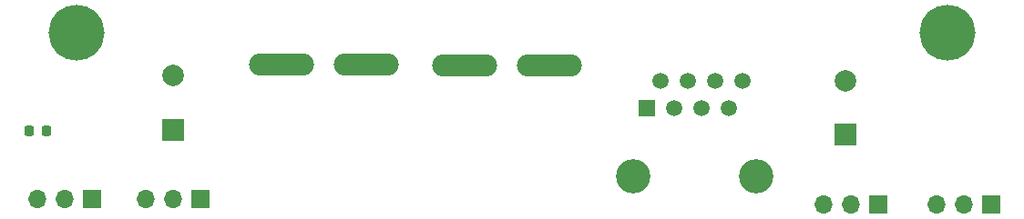
<source format=gts>
G04 #@! TF.GenerationSoftware,KiCad,Pcbnew,7.0.2-6a45011f42~172~ubuntu22.04.1*
G04 #@! TF.CreationDate,2023-05-14T21:03:13-06:00*
G04 #@! TF.ProjectId,pole-node,706f6c65-2d6e-46f6-9465-2e6b69636164,rev?*
G04 #@! TF.SameCoordinates,Original*
G04 #@! TF.FileFunction,Soldermask,Top*
G04 #@! TF.FilePolarity,Negative*
%FSLAX46Y46*%
G04 Gerber Fmt 4.6, Leading zero omitted, Abs format (unit mm)*
G04 Created by KiCad (PCBNEW 7.0.2-6a45011f42~172~ubuntu22.04.1) date 2023-05-14 21:03:13*
%MOMM*%
%LPD*%
G01*
G04 APERTURE LIST*
G04 Aperture macros list*
%AMRoundRect*
0 Rectangle with rounded corners*
0 $1 Rounding radius*
0 $2 $3 $4 $5 $6 $7 $8 $9 X,Y pos of 4 corners*
0 Add a 4 corners polygon primitive as box body*
4,1,4,$2,$3,$4,$5,$6,$7,$8,$9,$2,$3,0*
0 Add four circle primitives for the rounded corners*
1,1,$1+$1,$2,$3*
1,1,$1+$1,$4,$5*
1,1,$1+$1,$6,$7*
1,1,$1+$1,$8,$9*
0 Add four rect primitives between the rounded corners*
20,1,$1+$1,$2,$3,$4,$5,0*
20,1,$1+$1,$4,$5,$6,$7,0*
20,1,$1+$1,$6,$7,$8,$9,0*
20,1,$1+$1,$8,$9,$2,$3,0*%
G04 Aperture macros list end*
%ADD10RoundRect,0.218750X-0.218750X-0.256250X0.218750X-0.256250X0.218750X0.256250X-0.218750X0.256250X0*%
%ADD11O,6.030000X2.070000*%
%ADD12R,1.700000X1.700000*%
%ADD13O,1.700000X1.700000*%
%ADD14C,5.200000*%
%ADD15C,3.200000*%
%ADD16R,1.500000X1.500000*%
%ADD17C,1.500000*%
%ADD18R,2.000000X2.000000*%
%ADD19C,2.000000*%
G04 APERTURE END LIST*
D10*
X39112500Y-65150000D03*
X40687500Y-65150000D03*
D11*
X70450000Y-58910000D03*
X62550000Y-58910000D03*
D12*
X55000000Y-71500000D03*
D13*
X52460000Y-71500000D03*
X49920000Y-71500000D03*
D12*
X118000000Y-72000000D03*
D13*
X115460000Y-72000000D03*
X112920000Y-72000000D03*
D12*
X128500000Y-72000000D03*
D13*
X125960000Y-72000000D03*
X123420000Y-72000000D03*
D14*
X124500000Y-56000000D03*
D15*
X95230000Y-69350000D03*
X106660000Y-69350000D03*
D16*
X96500000Y-63000000D03*
D17*
X97770000Y-60460000D03*
X99040000Y-63000000D03*
X100310000Y-60460000D03*
X101580000Y-63000000D03*
X102850000Y-60460000D03*
X104120000Y-63000000D03*
X105390000Y-60460000D03*
D12*
X45000000Y-71500000D03*
D13*
X42460000Y-71500000D03*
X39920000Y-71500000D03*
D18*
X115000000Y-65500000D03*
D19*
X115000000Y-60500000D03*
D18*
X52500000Y-65000000D03*
D19*
X52500000Y-60000000D03*
D11*
X87450000Y-59000000D03*
X79550000Y-59000000D03*
D14*
X43500000Y-56000000D03*
M02*

</source>
